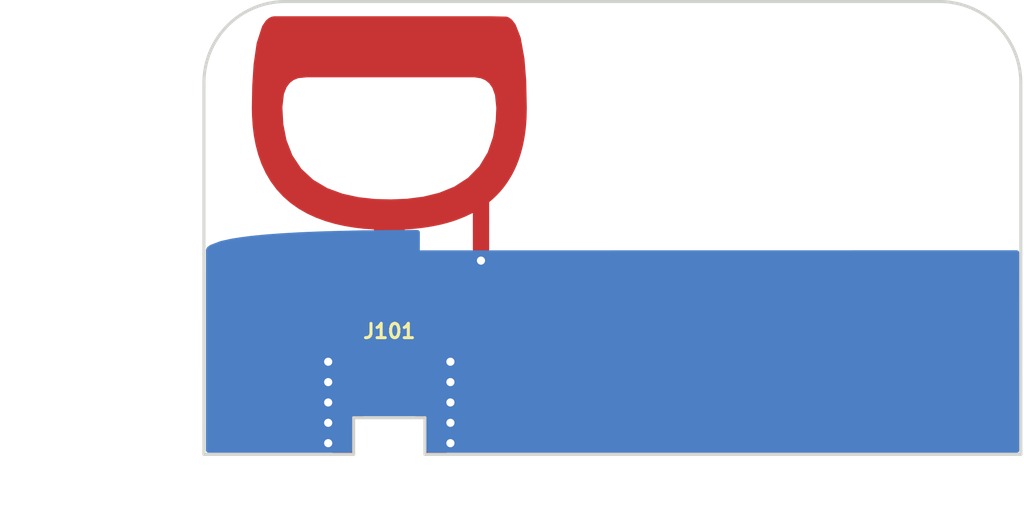
<source format=kicad_pcb>
(kicad_pcb (version 20171130) (host pcbnew "(5.0.0-rc2-dev-394-g7f6e26e55-dirty)")

  (general
    (thickness 1.6)
    (drawings 12)
    (tracks 30)
    (zones 0)
    (modules 1)
    (nets 3)
  )

  (page A4)
  (layers
    (0 F.Cu signal)
    (31 B.Cu signal)
    (32 B.Adhes user)
    (33 F.Adhes user)
    (34 B.Paste user)
    (35 F.Paste user)
    (36 B.SilkS user)
    (37 F.SilkS user)
    (38 B.Mask user hide)
    (39 F.Mask user hide)
    (40 Dwgs.User user)
    (41 Cmts.User user)
    (42 Eco1.User user)
    (43 Eco2.User user)
    (44 Edge.Cuts user)
    (45 Margin user)
    (46 B.CrtYd user)
    (47 F.CrtYd user)
    (48 B.Fab user)
    (49 F.Fab user)
  )

  (setup
    (last_trace_width 0.25)
    (trace_clearance 0.2)
    (zone_clearance 0)
    (zone_45_only no)
    (trace_min 0.2)
    (segment_width 0.15)
    (edge_width 0.15)
    (via_size 0.8)
    (via_drill 0.4)
    (via_min_size 0.4)
    (via_min_drill 0.3)
    (uvia_size 0.3)
    (uvia_drill 0.1)
    (uvias_allowed no)
    (uvia_min_size 0.2)
    (uvia_min_drill 0.1)
    (pcb_text_width 0.3)
    (pcb_text_size 1.5 1.5)
    (mod_edge_width 0.15)
    (mod_text_size 1 1)
    (mod_text_width 0.15)
    (pad_size 1 2.9)
    (pad_drill 0)
    (pad_to_mask_clearance 0.2)
    (aux_axis_origin 0 0)
    (visible_elements FFFFFF7F)
    (pcbplotparams
      (layerselection 0x010fc_ffffffff)
      (usegerberextensions false)
      (usegerberattributes false)
      (usegerberadvancedattributes false)
      (creategerberjobfile false)
      (excludeedgelayer true)
      (linewidth 0.150000)
      (plotframeref false)
      (viasonmask false)
      (mode 1)
      (useauxorigin false)
      (hpglpennumber 1)
      (hpglpenspeed 20)
      (hpglpendiameter 15)
      (psnegative false)
      (psa4output false)
      (plotreference true)
      (plotvalue true)
      (plotinvisibletext false)
      (padsonsilk false)
      (subtractmaskfromsilk false)
      (outputformat 1)
      (mirror false)
      (drillshape 1)
      (scaleselection 1)
      (outputdirectory ""))
  )

  (net 0 "")
  (net 1 "Net-(AE101-Pad1)")
  (net 2 GND)

  (net_class Default "This is the default net class."
    (clearance 0.2)
    (trace_width 0.25)
    (via_dia 0.8)
    (via_drill 0.4)
    (uvia_dia 0.3)
    (uvia_drill 0.1)
  )

  (net_class None ""
    (clearance -1)
    (trace_width 0.25)
    (via_dia 0.8)
    (via_drill 0.4)
    (uvia_dia 0.3)
    (uvia_drill 0.1)
    (add_net GND)
    (add_net "Net-(AE101-Pad1)")
  )

  (module antennas:Molex-LLC-MMCX-EDGE-1.6mm-plug (layer F.Cu) (tedit 5AD33B17) (tstamp 5AD3490A)
    (at 157.5 69.75 180)
    (path /5AD33573)
    (fp_text reference J101 (at 0 3.25 180) (layer F.SilkS)
      (effects (font (size 0.7 0.7) (thickness 0.15)))
    )
    (fp_text value Conn_01x01 (at -4.5 -2.75 270) (layer F.Fab)
      (effects (font (size 0.7 0.7) (thickness 0.15)))
    )
    (fp_line (start 1.75 -2.8) (end 2.9 -2.8) (layer Edge.Cuts) (width 0.15))
    (fp_line (start -1.75 -2.8) (end -2.9 -2.8) (layer Edge.Cuts) (width 0.15))
    (fp_line (start -1.75 -1) (end -1.75 -2.8) (layer Edge.Cuts) (width 0.15))
    (fp_line (start 1.75 -1) (end -1.75 -1) (layer Edge.Cuts) (width 0.15))
    (fp_line (start 1.75 -2.8) (end 1.75 -1) (layer Edge.Cuts) (width 0.15))
    (pad 1 smd rect (at 0 0.6 180) (size 0.76 2.7) (layers F.Cu F.Paste F.Mask)
      (net 1 "Net-(AE101-Pad1)"))
    (pad 2 smd rect (at 2.3 -0.4 180) (size 1 4.7) (layers F.Cu F.Paste F.Mask)
      (net 2 GND) (zone_connect 2))
    (pad 2 smd rect (at 1.78 0.5 180) (size 1 2.9) (layers F.Cu F.Paste F.Mask)
      (net 2 GND))
    (pad 3 connect rect (at 0.83 0.55 180) (size 0.89 1) (layers Dwgs.User))
    (pad 2 smd rect (at -1.78 0.5 180) (size 1 2.9) (layers F.Cu F.Paste F.Mask)
      (net 2 GND))
    (pad 2 smd rect (at -2.32 -0.4 180) (size 1 4.7) (layers F.Cu F.Paste F.Mask)
      (net 2 GND) (zone_connect 2))
    (pad 3 connect rect (at -0.83 0.57 180) (size 0.89 1) (layers Dwgs.User))
    (model ${SHARED}/3dmodels/step/734150991.stp
      (offset (xyz 0 5.5 0.3))
      (scale (xyz 1 1 1))
      (rotate (xyz -90 0 180))
    )
  )

  (gr_poly (pts (xy 148.5 61.3) (xy 148.4 72.4) (xy 188.5 72.4) (xy 188.5 50.6) (xy 148.4 50.6)) (layer F.Mask) (width 0.15) (tstamp 5AD34A38))
  (gr_poly (pts (xy 148.5 61.4) (xy 148.4 72.5) (xy 188.5 72.5) (xy 188.5 50.7) (xy 148.4 50.7)) (layer B.Mask) (width 0.15) (tstamp 5AD34A08))
  (gr_line (start 152.4 50.3) (end 184.5 50.3) (layer Edge.Cuts) (width 0.15))
  (gr_arc (start 184.5 54.3) (end 188.5 54.3) (angle -90) (layer Edge.Cuts) (width 0.15) (tstamp 5AD3499C))
  (gr_line (start 188.501112 72.55) (end 188.5 54.3) (layer Edge.Cuts) (width 0.15))
  (gr_line (start 160.4 72.55) (end 188.501112 72.55) (layer Edge.Cuts) (width 0.15))
  (gr_line (start 148.4 72.55) (end 154.6 72.55) (layer Edge.Cuts) (width 0.15))
  (gr_line (start 148.4 54.3) (end 148.4 72.55) (layer Edge.Cuts) (width 0.15) (tstamp 5AD3555D))
  (gr_arc (start 152.4 54.3) (end 152.4 50.3) (angle -90) (layer Edge.Cuts) (width 0.15))
  (dimension 9 (width 0.3) (layer Dwgs.User)
    (gr_text "9,000 mm" (at 153 76.6) (layer Dwgs.User)
      (effects (font (size 1.5 1.5) (thickness 0.3)))
    )
    (feature1 (pts (xy 148.5 71) (xy 148.5 75.086421)))
    (feature2 (pts (xy 157.5 71) (xy 157.5 75.086421)))
    (crossbar (pts (xy 157.5 74.5) (xy 148.5 74.5)))
    (arrow1a (pts (xy 148.5 74.5) (xy 149.626504 73.913579)))
    (arrow1b (pts (xy 148.5 74.5) (xy 149.626504 75.086421)))
    (arrow2a (pts (xy 157.5 74.5) (xy 156.373496 73.913579)))
    (arrow2b (pts (xy 157.5 74.5) (xy 156.373496 75.086421)))
  )
  (dimension 20 (width 0.3) (layer Dwgs.User)
    (gr_text "20,000 mm" (at 143.925163 61 270) (layer Dwgs.User)
      (effects (font (size 1.5 1.5) (thickness 0.3)))
    )
    (feature1 (pts (xy 157.530514 71) (xy 145.438742 71)))
    (feature2 (pts (xy 157.530514 51) (xy 145.438742 51)))
    (crossbar (pts (xy 146.025163 51) (xy 146.025163 71)))
    (arrow1a (pts (xy 146.025163 71) (xy 145.438742 69.873496)))
    (arrow1b (pts (xy 146.025163 71) (xy 146.611584 69.873496)))
    (arrow2a (pts (xy 146.025163 51) (xy 145.438742 52.126504)))
    (arrow2b (pts (xy 146.025163 51) (xy 146.611584 52.126504)))
  )
  (dimension 40 (width 0.3) (layer Dwgs.User)
    (gr_text "40,000 mm" (at 168.525892 55.635239) (layer Dwgs.User)
      (effects (font (size 1.5 1.5) (thickness 0.3)))
    )
    (feature1 (pts (xy 188.525892 62.434981) (xy 188.525892 57.148818)))
    (feature2 (pts (xy 148.525892 62.434981) (xy 148.525892 57.148818)))
    (crossbar (pts (xy 148.525892 57.735239) (xy 188.525892 57.735239)))
    (arrow1a (pts (xy 188.525892 57.735239) (xy 187.399388 58.32166)))
    (arrow1b (pts (xy 188.525892 57.735239) (xy 187.399388 57.148818)))
    (arrow2a (pts (xy 148.525892 57.735239) (xy 149.652396 58.32166)))
    (arrow2b (pts (xy 148.525892 57.735239) (xy 149.652396 57.148818)))
  )

  (via (at 162 63.03) (size 0.8) (drill 0.4) (layers F.Cu B.Cu) (net 1))
  (segment (start 157.5 69.15) (end 157.5 67.17) (width 0.25) (layer F.Cu) (net 1))
  (via (at 160.5 68) (size 0.8) (drill 0.4) (layers F.Cu B.Cu) (net 2))
  (via (at 160.5 69) (size 0.8) (drill 0.4) (layers F.Cu B.Cu) (net 2))
  (via (at 160.5 70) (size 0.8) (drill 0.4) (layers F.Cu B.Cu) (net 2))
  (via (at 154.5 68) (size 0.8) (drill 0.4) (layers F.Cu B.Cu) (net 2))
  (via (at 154.5 69) (size 0.8) (drill 0.4) (layers F.Cu B.Cu) (net 2))
  (via (at 154.5 70) (size 0.8) (drill 0.4) (layers F.Cu B.Cu) (net 2))
  (segment (start 160.5 68.03) (end 159.28 69.25) (width 0.25) (layer F.Cu) (net 2))
  (segment (start 160.5 68) (end 160.5 68.03) (width 0.25) (layer F.Cu) (net 2))
  (segment (start 159.53 69) (end 159.28 69.25) (width 0.25) (layer F.Cu) (net 2))
  (segment (start 160.5 69) (end 159.53 69) (width 0.25) (layer F.Cu) (net 2))
  (segment (start 160.03 70) (end 159.28 69.25) (width 0.25) (layer F.Cu) (net 2))
  (segment (start 160.5 70) (end 160.03 70) (width 0.25) (layer F.Cu) (net 2))
  (segment (start 154.97 70) (end 155.72 69.25) (width 0.25) (layer F.Cu) (net 2))
  (segment (start 154.5 70) (end 154.97 70) (width 0.25) (layer F.Cu) (net 2))
  (segment (start 155.47 69) (end 155.72 69.25) (width 0.25) (layer F.Cu) (net 2))
  (segment (start 154.5 69) (end 155.47 69) (width 0.25) (layer F.Cu) (net 2))
  (segment (start 154.5 68.03) (end 155.72 69.25) (width 0.25) (layer F.Cu) (net 2))
  (segment (start 154.5 68) (end 154.5 68.03) (width 0.25) (layer F.Cu) (net 2))
  (segment (start 160.5 68) (end 161 68) (width 0.25) (layer B.Cu) (net 2))
  (segment (start 160.5 69) (end 161 69) (width 0.25) (layer B.Cu) (net 2))
  (segment (start 160.5 70) (end 161.5 70) (width 0.25) (layer B.Cu) (net 2))
  (segment (start 154.5 70) (end 154 70) (width 0.25) (layer B.Cu) (net 2))
  (segment (start 154.5 69) (end 154 69) (width 0.25) (layer B.Cu) (net 2))
  (segment (start 154.5 68) (end 154 68) (width 0.25) (layer B.Cu) (net 2))
  (via (at 160.5 71) (size 0.8) (drill 0.4) (layers F.Cu B.Cu) (net 2))
  (via (at 160.5 72) (size 0.8) (drill 0.4) (layers F.Cu B.Cu) (net 2))
  (via (at 154.5 71) (size 0.8) (drill 0.4) (layers F.Cu B.Cu) (net 2))
  (via (at 154.5 72) (size 0.8) (drill 0.4) (layers F.Cu B.Cu) (net 2))

  (zone (net 1) (net_name "Net-(AE101-Pad1)") (layer F.Cu) (tstamp 5AD34A9A) (hatch edge 0.508)
    (connect_pads yes (clearance 0.508))
    (min_thickness 0.254)
    (fill yes (arc_segments 16) (thermal_gap 0.508) (thermal_bridge_width 0.508))
    (polygon
      (pts
        (xy 156.751 61.504) (xy 156.267 61.468) (xy 155.786 61.412) (xy 155.306 61.333) (xy 154.835 61.228)
        (xy 154.37 61.093) (xy 153.913 60.926) (xy 153.472 60.724) (xy 153.05 60.483) (xy 152.654 60.203)
        (xy 152.289 59.885) (xy 152.11 59.69) (xy 151.96 59.528) (xy 151.673 59.138) (xy 151.427 58.72)
        (xy 151.223 58.278) (xy 151.062 57.822) (xy 150.938 57.352) (xy 150.848 56.874) (xy 150.79 56.395)
        (xy 150.759 55.915) (xy 150.751 55.524) (xy 150.77 54.444) (xy 150.836 53.403) (xy 150.987 52.347)
        (xy 151.257 51.512) (xy 151.438 51.238) (xy 151.583 51.112) (xy 151.713 51.049) (xy 151.846 51.024)
        (xy 152.361 51.024) (xy 162.489 51.024) (xy 163.263 51.041) (xy 163.392 51.095) (xy 163.532 51.204)
        (xy 163.703 51.435) (xy 163.95 52.074) (xy 164.137 53.119) (xy 164.221 54.177) (xy 164.251 55.524)
        (xy 164.238 56.038) (xy 164.224 56.245) (xy 164.22 56.307) (xy 164.206 56.458) (xy 164.195 56.571)
        (xy 164.168 56.776) (xy 164.149 56.905) (xy 164.127 57.038) (xy 164.104 57.159) (xy 164.066 57.347)
        (xy 164.012 57.566) (xy 163.978 57.692) (xy 163.934 57.843) (xy 163.877 58.012) (xy 163.85 58.094)
        (xy 163.777 58.281) (xy 163.756 58.335) (xy 163.695 58.469) (xy 163.642 58.586) (xy 163.538 58.79)
        (xy 163.421 58.991) (xy 163.31 59.166) (xy 163.202 59.319) (xy 163.099 59.457) (xy 163.061 59.503)
        (xy 162.933 59.656) (xy 162.886 59.705) (xy 162.818 59.776) (xy 162.754 59.845) (xy 162.66 59.933)
        (xy 162.534 60.049) (xy 162.401 60.16) (xy 162.402 63.524) (xy 161.603 63.524) (xy 161.601 60.688)
        (xy 161.206 60.876) (xy 160.79 61.04) (xy 160.596 61.105) (xy 160.351 61.178) (xy 160.1 61.244)
        (xy 159.856 61.299) (xy 159.608 61.349) (xy 159.357 61.391) (xy 159.123 61.424) (xy 158.859 61.455)
        (xy 158.616 61.479) (xy 158.251 61.504) (xy 158.24 67.18) (xy 157.5 68.48) (xy 156.81 67.21)
        (xy 156.749 61.716)
      )
    )
    (polygon
      (pts
        (xy 156.782 60.001) (xy 155.986 59.913) (xy 155.207 59.743) (xy 154.46 59.47) (xy 153.769 59.061)
        (xy 153.18 58.515) (xy 152.742 57.854) (xy 152.453 57.111) (xy 152.298 56.322) (xy 152.252 55.494)
        (xy 152.329 54.838) (xy 152.462 54.505) (xy 152.619 54.299) (xy 152.798 54.161) (xy 153.03 54.066)
        (xy 153.449 54.024) (xy 153.811 54.024) (xy 161.182 54.024) (xy 161.678 54.025) (xy 162.003 54.075)
        (xy 162.227 54.175) (xy 162.404 54.32) (xy 162.556 54.534) (xy 162.688 54.896) (xy 162.751 55.522)
        (xy 162.723 56.164) (xy 162.592 56.953) (xy 162.332 57.709) (xy 161.92 58.393) (xy 161.362 58.962)
        (xy 160.69 59.396) (xy 159.951 59.696) (xy 159.172 59.887) (xy 158.378 59.989) (xy 157.577 60.023)
      )
    )
    (filled_polygon
      (pts
        (xy 163.236154 51.167441) (xy 163.327342 51.205612) (xy 163.440266 51.293532) (xy 163.590724 51.496781) (xy 163.827138 52.108395)
        (xy 164.01089 53.135244) (xy 164.094112 54.183444) (xy 164.123964 55.523827) (xy 164.111109 56.032086) (xy 164.097289 56.23643)
        (xy 164.097263 56.236823) (xy 164.093377 56.297052) (xy 164.079571 56.44596) (xy 164.068805 56.556554) (xy 164.042206 56.758512)
        (xy 164.02352 56.885379) (xy 164.001953 57.01576) (xy 163.979377 57.134531) (xy 163.942048 57.319211) (xy 163.889019 57.534276)
        (xy 163.855722 57.657667) (xy 163.812816 57.804915) (xy 163.75666 57.971412) (xy 163.756371 57.972281) (xy 163.730445 58.051018)
        (xy 163.658695 58.234817) (xy 163.658635 58.234969) (xy 163.638928 58.285644) (xy 163.579413 58.416382) (xy 163.579316 58.416596)
        (xy 163.527526 58.530925) (xy 163.42646 58.729169) (xy 163.312458 58.925019) (xy 163.204439 59.09532) (xy 163.099219 59.244381)
        (xy 162.99909 59.378535) (xy 162.963309 59.421848) (xy 162.83837 59.57119) (xy 162.794346 59.617087) (xy 162.794281 59.617156)
        (xy 162.726281 59.688156) (xy 162.724887 59.689634) (xy 162.663932 59.755351) (xy 162.57357 59.839946) (xy 162.450258 59.953471)
        (xy 162.319624 60.062496) (xy 162.288506 60.101059) (xy 162.274 60.160038) (xy 162.274962 63.397) (xy 161.729911 63.397)
        (xy 161.728 60.68791) (xy 161.718298 60.639316) (xy 161.690739 60.598134) (xy 161.649518 60.570633) (xy 161.60091 60.561)
        (xy 161.546421 60.573326) (xy 161.155358 60.759452) (xy 160.746519 60.920629) (xy 160.557668 60.983904) (xy 160.316724 61.055695)
        (xy 160.06988 61.120602) (xy 159.829471 61.174793) (xy 159.584978 61.224086) (xy 159.337644 61.265473) (xy 159.106691 61.298043)
        (xy 158.845367 61.328729) (xy 158.605416 61.352428) (xy 158.242322 61.377297) (xy 158.194495 61.390263) (xy 158.155271 61.420544)
        (xy 158.130621 61.463531) (xy 158.124 61.503754) (xy 158.113065 67.146272) (xy 157.502586 68.218735) (xy 156.936642 67.17707)
        (xy 156.876006 61.715885) (xy 156.877994 61.505198) (xy 156.868786 61.456508) (xy 156.841646 61.415049) (xy 156.800705 61.387131)
        (xy 156.76042 61.37735) (xy 156.279065 61.341547) (xy 155.803662 61.286198) (xy 155.330147 61.208266) (xy 154.866555 61.104917)
        (xy 154.409544 60.972236) (xy 153.961318 60.808443) (xy 153.530046 60.610898) (xy 153.118313 60.375762) (xy 152.732577 60.103019)
        (xy 152.377765 59.793896) (xy 152.203559 59.604118) (xy 152.203188 59.603715) (xy 152.058046 59.446962) (xy 151.779146 59.067969)
        (xy 151.539662 58.66104) (xy 151.340788 58.230147) (xy 151.183477 57.784596) (xy 151.061963 57.324016) (xy 150.973578 56.854595)
        (xy 150.916507 56.383268) (xy 150.885916 55.909596) (xy 150.878022 55.52382) (xy 150.878422 55.501045) (xy 152.125196 55.501045)
        (xy 152.171196 56.329045) (xy 152.173382 56.346481) (xy 152.328382 57.135481) (xy 152.334638 57.157038) (xy 152.623638 57.900038)
        (xy 152.636133 57.924151) (xy 153.074133 58.585151) (xy 153.093662 58.608138) (xy 153.682662 59.154138) (xy 153.704311 59.17029)
        (xy 154.395311 59.57929) (xy 154.416406 59.589284) (xy 155.163406 59.862284) (xy 155.179922 59.86708) (xy 155.958922 60.03708)
        (xy 155.972045 60.039231) (xy 156.768045 60.127231) (xy 156.778487 60.127951) (xy 157.573487 60.149951) (xy 157.582386 60.149886)
        (xy 158.383386 60.115886) (xy 158.394182 60.114965) (xy 159.188182 60.012965) (xy 159.202243 60.010347) (xy 159.981243 59.819347)
        (xy 159.99877 59.813673) (xy 160.73777 59.513673) (xy 160.758901 59.502685) (xy 161.430901 59.068685) (xy 161.452675 59.050922)
        (xy 162.010675 58.481922) (xy 162.028789 58.458528) (xy 162.440789 57.774528) (xy 162.452096 57.750303) (xy 162.712096 56.994303)
        (xy 162.717285 56.973801) (xy 162.848285 56.184801) (xy 162.849879 56.169534) (xy 162.877879 55.527534) (xy 162.877362 55.509283)
        (xy 162.814362 54.883283) (xy 162.807315 54.852493) (xy 162.675315 54.490493) (xy 162.65954 54.460458) (xy 162.50754 54.246458)
        (xy 162.484482 54.221757) (xy 162.307482 54.076757) (xy 162.278772 54.059031) (xy 162.054772 53.959031) (xy 162.022311 53.949477)
        (xy 161.697311 53.899477) (xy 161.678256 53.898) (xy 161.182256 53.897) (xy 153.449 53.897) (xy 153.436333 53.897633)
        (xy 153.017333 53.939633) (xy 152.981874 53.948472) (xy 152.749874 54.043472) (xy 152.720458 54.06042) (xy 152.541458 54.19842)
        (xy 152.517991 54.222018) (xy 152.360991 54.428018) (xy 152.344059 54.457894) (xy 152.211059 54.790894) (xy 152.202866 54.823195)
        (xy 152.125866 55.479195) (xy 152.125196 55.501045) (xy 150.878422 55.501045) (xy 150.896929 54.449156) (xy 150.96243 53.416018)
        (xy 151.111182 52.375738) (xy 151.372512 51.56755) (xy 151.534402 51.322479) (xy 151.653566 51.21893) (xy 151.753127 51.170681)
        (xy 151.857831 51.151) (xy 162.487622 51.151)
      )
    )
  )
  (zone (net 2) (net_name GND) (layer B.Cu) (tstamp 0) (hatch none 0.508)
    (connect_pads yes (clearance 0))
    (min_thickness 0.254)
    (fill yes (arc_segments 16) (thermal_gap 0.508) (thermal_bridge_width 0.508))
    (polygon
      (pts
        (xy 159.001 61.523) (xy 158.477 61.524) (xy 157.782 61.527) (xy 157.163 61.532) (xy 156.397 61.541)
        (xy 155.764 61.552) (xy 155.096 61.567) (xy 154.458 61.585) (xy 153.9 61.604) (xy 153.341 61.627)
        (xy 152.899 61.648) (xy 152.357 61.679) (xy 151.979 61.704) (xy 151.637 61.73) (xy 151.319 61.756)
        (xy 151.002 61.787) (xy 150.745 61.813) (xy 150.475 61.846) (xy 150.16 61.888) (xy 149.903 61.929)
        (xy 149.743 61.954) (xy 149.217 62.07) (xy 148.995 62.153) (xy 148.711 62.261) (xy 148.581 62.357)
        (xy 148.529 62.423) (xy 148.508 62.474) (xy 148.501 62.524) (xy 148.5 72.5) (xy 188.496 72.496)
        (xy 188.499 62.523) (xy 158.999 62.527)
      )
    )
    (filled_polygon
      (pts
        (xy 158.872 62.526747) (xy 158.881571 62.575367) (xy 158.909019 62.616623) (xy 158.950166 62.644236) (xy 158.999017 62.654)
        (xy 188.298509 62.650027) (xy 188.2991 72.348) (xy 159.452 72.348) (xy 159.452 70.769893) (xy 159.455957 70.75)
        (xy 159.440279 70.671184) (xy 159.395634 70.604366) (xy 159.328816 70.559721) (xy 159.269893 70.548) (xy 159.269892 70.548)
        (xy 159.25 70.544043) (xy 159.230107 70.548) (xy 155.769893 70.548) (xy 155.75 70.544043) (xy 155.730108 70.548)
        (xy 155.730107 70.548) (xy 155.671184 70.559721) (xy 155.604366 70.604366) (xy 155.559721 70.671184) (xy 155.544043 70.75)
        (xy 155.548001 70.769897) (xy 155.548 72.348) (xy 148.627016 72.348) (xy 148.627999 62.53285) (xy 148.631547 62.50751)
        (xy 148.639701 62.487707) (xy 148.670185 62.449015) (xy 148.772427 62.373513) (xy 149.039732 62.271862) (xy 149.253093 62.192092)
        (xy 149.766492 62.078871) (xy 149.922606 62.054478) (xy 149.923008 62.054414) (xy 150.178395 62.013671) (xy 150.491092 61.971978)
        (xy 150.759105 61.939221) (xy 151.014566 61.913377) (xy 151.330332 61.882498) (xy 151.646981 61.856608) (xy 151.988061 61.830678)
        (xy 152.364774 61.805763) (xy 152.905653 61.774827) (xy 153.346581 61.753878) (xy 153.904884 61.730907) (xy 154.461958 61.711938)
        (xy 155.099133 61.693962) (xy 155.766495 61.678976) (xy 156.398923 61.667986) (xy 157.164155 61.658995) (xy 157.782777 61.653998)
        (xy 158.477375 61.651) (xy 158.873746 61.650243)
      )
    )
  )
)

</source>
